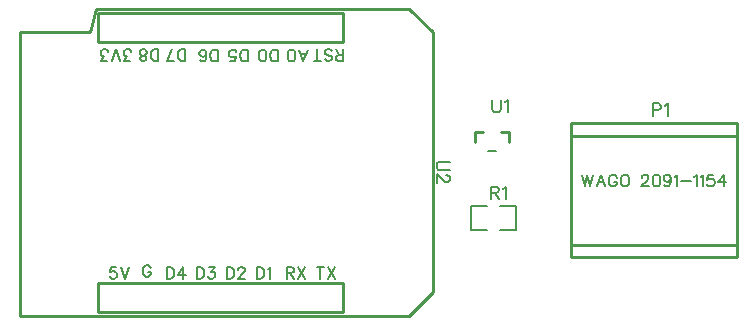
<source format=gto>
G04 Layer: TopSilkLayer*
G04 EasyEDA v6.4.21, 2021-08-27T17:56:30+02:00*
G04 e7cb7ce6d9f94255a7045453de3fad17,10*
G04 Gerber Generator version 0.2*
G04 Scale: 100 percent, Rotated: No, Reflected: No *
G04 Dimensions in millimeters *
G04 leading zeros omitted , absolute positions ,4 integer and 5 decimal *
%FSLAX45Y45*%
%MOMM*%

%ADD10C,0.2540*%
%ADD11C,0.2032*%
%ADD16C,0.1999*%
%ADD17C,0.2000*%
%ADD18C,0.1524*%

%LPD*%
D18*
X6388100Y6777245D02*
G01*
X6388100Y6668279D01*
X6388100Y6777245D02*
G01*
X6434836Y6777245D01*
X6450329Y6772165D01*
X6455663Y6766831D01*
X6460743Y6756417D01*
X6460743Y6740923D01*
X6455663Y6730509D01*
X6450329Y6725429D01*
X6434836Y6720095D01*
X6388100Y6720095D01*
X6495034Y6756417D02*
G01*
X6505447Y6761751D01*
X6521195Y6777245D01*
X6521195Y6668279D01*
D11*
X5791200Y6171201D02*
G01*
X5814313Y6074173D01*
X5837427Y6171201D02*
G01*
X5814313Y6074173D01*
X5837427Y6171201D02*
G01*
X5860541Y6074173D01*
X5883656Y6171201D02*
G01*
X5860541Y6074173D01*
X5950965Y6171201D02*
G01*
X5914136Y6074173D01*
X5950965Y6171201D02*
G01*
X5988050Y6074173D01*
X5927852Y6106685D02*
G01*
X5974079Y6106685D01*
X6087618Y6148087D02*
G01*
X6083045Y6157485D01*
X6073902Y6166629D01*
X6064504Y6171201D01*
X6046215Y6171201D01*
X6036818Y6166629D01*
X6027674Y6157485D01*
X6023102Y6148087D01*
X6018529Y6134371D01*
X6018529Y6111257D01*
X6023102Y6097287D01*
X6027674Y6088143D01*
X6036818Y6078999D01*
X6046215Y6074173D01*
X6064504Y6074173D01*
X6073902Y6078999D01*
X6083045Y6088143D01*
X6087618Y6097287D01*
X6087618Y6111257D01*
X6064504Y6111257D02*
G01*
X6087618Y6111257D01*
X6145784Y6171201D02*
G01*
X6136640Y6166629D01*
X6127495Y6157485D01*
X6122670Y6148087D01*
X6118097Y6134371D01*
X6118097Y6111257D01*
X6122670Y6097287D01*
X6127495Y6088143D01*
X6136640Y6078999D01*
X6145784Y6074173D01*
X6164325Y6074173D01*
X6173470Y6078999D01*
X6182868Y6088143D01*
X6187440Y6097287D01*
X6192011Y6111257D01*
X6192011Y6134371D01*
X6187440Y6148087D01*
X6182868Y6157485D01*
X6173470Y6166629D01*
X6164325Y6171201D01*
X6145784Y6171201D01*
X6298184Y6148087D02*
G01*
X6298184Y6152659D01*
X6303009Y6162057D01*
X6307581Y6166629D01*
X6316725Y6171201D01*
X6335268Y6171201D01*
X6344411Y6166629D01*
X6348984Y6162057D01*
X6353809Y6152659D01*
X6353809Y6143515D01*
X6348984Y6134371D01*
X6339840Y6120401D01*
X6293611Y6074173D01*
X6358381Y6074173D01*
X6416547Y6171201D02*
G01*
X6402577Y6166629D01*
X6393434Y6152659D01*
X6388861Y6129799D01*
X6388861Y6115829D01*
X6393434Y6092715D01*
X6402577Y6078999D01*
X6416547Y6074173D01*
X6425691Y6074173D01*
X6439661Y6078999D01*
X6448806Y6092715D01*
X6453377Y6115829D01*
X6453377Y6129799D01*
X6448806Y6152659D01*
X6439661Y6166629D01*
X6425691Y6171201D01*
X6416547Y6171201D01*
X6544056Y6138943D02*
G01*
X6539229Y6124973D01*
X6530086Y6115829D01*
X6516370Y6111257D01*
X6511543Y6111257D01*
X6497827Y6115829D01*
X6488429Y6124973D01*
X6483858Y6138943D01*
X6483858Y6143515D01*
X6488429Y6157485D01*
X6497827Y6166629D01*
X6511543Y6171201D01*
X6516370Y6171201D01*
X6530086Y6166629D01*
X6539229Y6157485D01*
X6544056Y6138943D01*
X6544056Y6115829D01*
X6539229Y6092715D01*
X6530086Y6078999D01*
X6516370Y6074173D01*
X6506972Y6074173D01*
X6493256Y6078999D01*
X6488429Y6088143D01*
X6574536Y6152659D02*
G01*
X6583679Y6157485D01*
X6597650Y6171201D01*
X6597650Y6074173D01*
X6628129Y6115829D02*
G01*
X6711188Y6115829D01*
X6741668Y6152659D02*
G01*
X6750811Y6157485D01*
X6764781Y6171201D01*
X6764781Y6074173D01*
X6795261Y6152659D02*
G01*
X6804406Y6157485D01*
X6818375Y6171201D01*
X6818375Y6074173D01*
X6904227Y6171201D02*
G01*
X6858000Y6171201D01*
X6853427Y6129799D01*
X6858000Y6134371D01*
X6871970Y6138943D01*
X6885686Y6138943D01*
X6899656Y6134371D01*
X6908800Y6124973D01*
X6913372Y6111257D01*
X6913372Y6101859D01*
X6908800Y6088143D01*
X6899656Y6078999D01*
X6885686Y6074173D01*
X6871970Y6074173D01*
X6858000Y6078999D01*
X6853427Y6083571D01*
X6848856Y6092715D01*
X6990079Y6171201D02*
G01*
X6943852Y6106685D01*
X7013193Y6106685D01*
X6990079Y6171201D02*
G01*
X6990079Y6074173D01*
D18*
X5016474Y6071641D02*
G01*
X5016474Y5962675D01*
X5016474Y6071641D02*
G01*
X5063210Y6071641D01*
X5078704Y6066561D01*
X5084038Y6061227D01*
X5089118Y6050813D01*
X5089118Y6040399D01*
X5084038Y6029985D01*
X5078704Y6024905D01*
X5063210Y6019825D01*
X5016474Y6019825D01*
X5052796Y6019825D02*
G01*
X5089118Y5962675D01*
X5123408Y6050813D02*
G01*
X5133822Y6056147D01*
X5149570Y6071641D01*
X5149570Y5962675D01*
X5029200Y6808215D02*
G01*
X5029200Y6730237D01*
X5034279Y6714744D01*
X5044693Y6704329D01*
X5060441Y6699250D01*
X5070856Y6699250D01*
X5086350Y6704329D01*
X5096763Y6714744D01*
X5101843Y6730237D01*
X5101843Y6808215D01*
X5136134Y6787387D02*
G01*
X5146547Y6792721D01*
X5162295Y6808215D01*
X5162295Y6699250D01*
X4669281Y6282949D02*
G01*
X4591304Y6282949D01*
X4575809Y6277869D01*
X4565395Y6267455D01*
X4560315Y6251707D01*
X4560315Y6241293D01*
X4565395Y6225799D01*
X4575809Y6215385D01*
X4591304Y6210305D01*
X4669281Y6210305D01*
X4643374Y6170681D02*
G01*
X4648454Y6170681D01*
X4658868Y6165601D01*
X4664202Y6160267D01*
X4669281Y6149853D01*
X4669281Y6129279D01*
X4664202Y6118865D01*
X4658868Y6113531D01*
X4648454Y6108451D01*
X4638040Y6108451D01*
X4627625Y6113531D01*
X4612131Y6123945D01*
X4560315Y6176015D01*
X4560315Y6103117D01*
D11*
X1965446Y7137394D02*
G01*
X1915408Y7137394D01*
X1942840Y7173716D01*
X1929124Y7173716D01*
X1919980Y7178288D01*
X1915408Y7182860D01*
X1910836Y7196576D01*
X1910836Y7205720D01*
X1915408Y7219182D01*
X1924552Y7228326D01*
X1938268Y7232898D01*
X1951984Y7232898D01*
X1965446Y7228326D01*
X1970018Y7223754D01*
X1974590Y7214610D01*
X1880864Y7137394D02*
G01*
X1844542Y7232898D01*
X1808220Y7137394D02*
G01*
X1844542Y7232898D01*
X1769104Y7137394D02*
G01*
X1719066Y7137394D01*
X1746498Y7173716D01*
X1732782Y7173716D01*
X1723638Y7178288D01*
X1719066Y7182860D01*
X1714494Y7196576D01*
X1714494Y7205720D01*
X1719066Y7219182D01*
X1728210Y7228326D01*
X1741926Y7232898D01*
X1755388Y7232898D01*
X1769104Y7228326D01*
X1773676Y7223754D01*
X1778248Y7214610D01*
X2201920Y7137394D02*
G01*
X2201920Y7232898D01*
X2201920Y7137394D02*
G01*
X2170170Y7137394D01*
X2156454Y7141966D01*
X2147310Y7151110D01*
X2142738Y7160254D01*
X2138166Y7173716D01*
X2138166Y7196576D01*
X2142738Y7210292D01*
X2147310Y7219182D01*
X2156454Y7228326D01*
X2170170Y7232898D01*
X2201920Y7232898D01*
X2085588Y7137394D02*
G01*
X2099304Y7141966D01*
X2103622Y7151110D01*
X2103622Y7160254D01*
X2099304Y7169398D01*
X2090160Y7173716D01*
X2071872Y7178288D01*
X2058410Y7182860D01*
X2049266Y7192004D01*
X2044694Y7201148D01*
X2044694Y7214610D01*
X2049266Y7223754D01*
X2053838Y7228326D01*
X2067300Y7232898D01*
X2085588Y7232898D01*
X2099304Y7228326D01*
X2103622Y7223754D01*
X2108194Y7214610D01*
X2108194Y7201148D01*
X2103622Y7192004D01*
X2094732Y7182860D01*
X2081016Y7178288D01*
X2062728Y7173716D01*
X2053838Y7169398D01*
X2049266Y7160254D01*
X2049266Y7151110D01*
X2053838Y7141966D01*
X2067300Y7137394D01*
X2085588Y7137394D01*
X2430520Y7137394D02*
G01*
X2430520Y7232898D01*
X2430520Y7137394D02*
G01*
X2398770Y7137394D01*
X2385054Y7141966D01*
X2375910Y7151110D01*
X2371338Y7160254D01*
X2366766Y7173716D01*
X2366766Y7196576D01*
X2371338Y7210292D01*
X2375910Y7219182D01*
X2385054Y7228326D01*
X2398770Y7232898D01*
X2430520Y7232898D01*
X2273294Y7137394D02*
G01*
X2318760Y7232898D01*
X2336794Y7137394D02*
G01*
X2273294Y7137394D01*
X2705092Y7133587D02*
G01*
X2705092Y7229091D01*
X2705092Y7133587D02*
G01*
X2673342Y7133587D01*
X2659626Y7138159D01*
X2650482Y7147303D01*
X2645910Y7156447D01*
X2641338Y7169909D01*
X2641338Y7192769D01*
X2645910Y7206485D01*
X2650482Y7215375D01*
X2659626Y7224519D01*
X2673342Y7229091D01*
X2705092Y7229091D01*
X2557010Y7147303D02*
G01*
X2561582Y7138159D01*
X2575044Y7133587D01*
X2584188Y7133587D01*
X2597904Y7138159D01*
X2606794Y7151875D01*
X2611366Y7174481D01*
X2611366Y7197341D01*
X2606794Y7215375D01*
X2597904Y7224519D01*
X2584188Y7229091D01*
X2579616Y7229091D01*
X2565900Y7224519D01*
X2557010Y7215375D01*
X2552438Y7201913D01*
X2552438Y7197341D01*
X2557010Y7183625D01*
X2565900Y7174481D01*
X2579616Y7169909D01*
X2584188Y7169909D01*
X2597904Y7174481D01*
X2606794Y7183625D01*
X2611366Y7197341D01*
X2959089Y7133589D02*
G01*
X2959089Y7229094D01*
X2959089Y7133589D02*
G01*
X2927339Y7133589D01*
X2913623Y7138162D01*
X2904479Y7147305D01*
X2899907Y7156450D01*
X2895335Y7169912D01*
X2895335Y7192771D01*
X2899907Y7206487D01*
X2904479Y7215378D01*
X2913623Y7224521D01*
X2927339Y7229094D01*
X2959089Y7229094D01*
X2811007Y7133589D02*
G01*
X2856473Y7133589D01*
X2860791Y7174484D01*
X2856473Y7169912D01*
X2842757Y7165594D01*
X2829041Y7165594D01*
X2815579Y7169912D01*
X2806435Y7179055D01*
X2801863Y7192771D01*
X2801863Y7201915D01*
X2806435Y7215378D01*
X2815579Y7224521D01*
X2829041Y7229094D01*
X2842757Y7229094D01*
X2856473Y7224521D01*
X2860791Y7219950D01*
X2865363Y7210805D01*
X3213089Y7133589D02*
G01*
X3213089Y7229094D01*
X3213089Y7133589D02*
G01*
X3181339Y7133589D01*
X3167623Y7138162D01*
X3158479Y7147305D01*
X3153907Y7156450D01*
X3149335Y7169912D01*
X3149335Y7192771D01*
X3153907Y7206487D01*
X3158479Y7215378D01*
X3167623Y7224521D01*
X3181339Y7229094D01*
X3213089Y7229094D01*
X3092185Y7133589D02*
G01*
X3105901Y7138162D01*
X3114791Y7151878D01*
X3119363Y7174484D01*
X3119363Y7188200D01*
X3114791Y7210805D01*
X3105901Y7224521D01*
X3092185Y7229094D01*
X3083041Y7229094D01*
X3069579Y7224521D01*
X3060435Y7210805D01*
X3055863Y7188200D01*
X3055863Y7174484D01*
X3060435Y7151878D01*
X3069579Y7138162D01*
X3083041Y7133589D01*
X3092185Y7133589D01*
X3430767Y7133589D02*
G01*
X3467089Y7229094D01*
X3430767Y7133589D02*
G01*
X3394445Y7229094D01*
X3453373Y7197344D02*
G01*
X3407907Y7197344D01*
X3337041Y7133589D02*
G01*
X3350757Y7138162D01*
X3359901Y7151878D01*
X3364473Y7174484D01*
X3364473Y7188200D01*
X3359901Y7210805D01*
X3350757Y7224521D01*
X3337041Y7229094D01*
X3327897Y7229094D01*
X3314435Y7224521D01*
X3305291Y7210805D01*
X3300719Y7188200D01*
X3300719Y7174484D01*
X3305291Y7151878D01*
X3314435Y7138162D01*
X3327897Y7133589D01*
X3337041Y7133589D01*
X3768844Y7137392D02*
G01*
X3768844Y7232896D01*
X3768844Y7137392D02*
G01*
X3727950Y7137392D01*
X3714234Y7141964D01*
X3709662Y7146536D01*
X3705090Y7155680D01*
X3705090Y7164824D01*
X3709662Y7173714D01*
X3714234Y7178286D01*
X3727950Y7182858D01*
X3768844Y7182858D01*
X3737094Y7182858D02*
G01*
X3705090Y7232896D01*
X3611618Y7151108D02*
G01*
X3620762Y7141964D01*
X3634224Y7137392D01*
X3652512Y7137392D01*
X3666228Y7141964D01*
X3675118Y7151108D01*
X3675118Y7160252D01*
X3670546Y7169396D01*
X3666228Y7173714D01*
X3657084Y7178286D01*
X3629652Y7187430D01*
X3620762Y7192002D01*
X3616190Y7196574D01*
X3611618Y7205718D01*
X3611618Y7219180D01*
X3620762Y7228324D01*
X3634224Y7232896D01*
X3652512Y7232896D01*
X3666228Y7228324D01*
X3675118Y7219180D01*
X3549642Y7137392D02*
G01*
X3549642Y7232896D01*
X3581646Y7137392D02*
G01*
X3517892Y7137392D01*
X3575044Y5388604D02*
G01*
X3575044Y5293100D01*
X3543294Y5388604D02*
G01*
X3607048Y5388604D01*
X3637020Y5388604D02*
G01*
X3700520Y5293100D01*
X3700520Y5388604D02*
G01*
X3637020Y5293100D01*
X3289294Y5388604D02*
G01*
X3289294Y5293100D01*
X3289294Y5388604D02*
G01*
X3330188Y5388604D01*
X3343904Y5384032D01*
X3348476Y5379460D01*
X3353048Y5370316D01*
X3353048Y5361172D01*
X3348476Y5352282D01*
X3343904Y5347710D01*
X3330188Y5343138D01*
X3289294Y5343138D01*
X3321044Y5343138D02*
G01*
X3353048Y5293100D01*
X3383020Y5388604D02*
G01*
X3446520Y5293100D01*
X3446520Y5388604D02*
G01*
X3383020Y5293100D01*
X3035297Y5388607D02*
G01*
X3035297Y5293103D01*
X3035297Y5388607D02*
G01*
X3067047Y5388607D01*
X3080763Y5384035D01*
X3089907Y5374891D01*
X3094479Y5365747D01*
X3099051Y5352285D01*
X3099051Y5329425D01*
X3094479Y5315709D01*
X3089907Y5306819D01*
X3080763Y5297675D01*
X3067047Y5293103D01*
X3035297Y5293103D01*
X3129023Y5370319D02*
G01*
X3137913Y5374891D01*
X3151629Y5388607D01*
X3151629Y5293103D01*
X2781297Y5388607D02*
G01*
X2781297Y5293103D01*
X2781297Y5388607D02*
G01*
X2813047Y5388607D01*
X2826763Y5384035D01*
X2835907Y5374891D01*
X2840479Y5365747D01*
X2845051Y5352285D01*
X2845051Y5329425D01*
X2840479Y5315709D01*
X2835907Y5306819D01*
X2826763Y5297675D01*
X2813047Y5293103D01*
X2781297Y5293103D01*
X2879595Y5365747D02*
G01*
X2879595Y5370319D01*
X2883913Y5379463D01*
X2888485Y5384035D01*
X2897629Y5388607D01*
X2915917Y5388607D01*
X2924807Y5384035D01*
X2929379Y5379463D01*
X2933951Y5370319D01*
X2933951Y5361175D01*
X2929379Y5352285D01*
X2920489Y5338569D01*
X2875023Y5293103D01*
X2938523Y5293103D01*
X2527297Y5388607D02*
G01*
X2527297Y5293103D01*
X2527297Y5388607D02*
G01*
X2559047Y5388607D01*
X2572763Y5384035D01*
X2581907Y5374891D01*
X2586479Y5365747D01*
X2591051Y5352285D01*
X2591051Y5329425D01*
X2586479Y5315709D01*
X2581907Y5306819D01*
X2572763Y5297675D01*
X2559047Y5293103D01*
X2527297Y5293103D01*
X2629913Y5388607D02*
G01*
X2679951Y5388607D01*
X2652773Y5352285D01*
X2666489Y5352285D01*
X2675379Y5347713D01*
X2679951Y5343141D01*
X2684523Y5329425D01*
X2684523Y5320281D01*
X2679951Y5306819D01*
X2670807Y5297675D01*
X2657345Y5293103D01*
X2643629Y5293103D01*
X2629913Y5297675D01*
X2625595Y5302247D01*
X2621023Y5311391D01*
X2273297Y5388607D02*
G01*
X2273297Y5293103D01*
X2273297Y5388607D02*
G01*
X2305047Y5388607D01*
X2318763Y5384035D01*
X2327907Y5374891D01*
X2332479Y5365747D01*
X2337051Y5352285D01*
X2337051Y5329425D01*
X2332479Y5315709D01*
X2327907Y5306819D01*
X2318763Y5297675D01*
X2305047Y5293103D01*
X2273297Y5293103D01*
X2412489Y5388607D02*
G01*
X2367023Y5324853D01*
X2435095Y5324853D01*
X2412489Y5388607D02*
G01*
X2412489Y5293103D01*
X1845307Y5388607D02*
G01*
X1799841Y5388607D01*
X1795269Y5347713D01*
X1799841Y5352285D01*
X1813303Y5356603D01*
X1827019Y5356603D01*
X1840735Y5352285D01*
X1849879Y5343141D01*
X1854451Y5329425D01*
X1854451Y5320281D01*
X1849879Y5306819D01*
X1840735Y5297675D01*
X1827019Y5293103D01*
X1813303Y5293103D01*
X1799841Y5297675D01*
X1795269Y5302247D01*
X1790697Y5311391D01*
X1884423Y5388607D02*
G01*
X1920745Y5293103D01*
X1957067Y5388607D02*
G01*
X1920745Y5293103D01*
X2138423Y5381241D02*
G01*
X2133851Y5390385D01*
X2124707Y5399529D01*
X2115563Y5404101D01*
X2097529Y5404101D01*
X2088385Y5399529D01*
X2079241Y5390385D01*
X2074669Y5381241D01*
X2070097Y5367779D01*
X2070097Y5344919D01*
X2074669Y5331457D01*
X2079241Y5322313D01*
X2088385Y5313169D01*
X2097529Y5308597D01*
X2115563Y5308597D01*
X2124707Y5313169D01*
X2133851Y5322313D01*
X2138423Y5331457D01*
X2138423Y5344919D01*
X2115563Y5344919D02*
G01*
X2138423Y5344919D01*
D10*
X7100798Y6504200D02*
G01*
X7100801Y5474200D01*
X7100801Y5474200D01*
X5700798Y5474200D01*
X5700798Y5474197D02*
G01*
X5700798Y6504200D01*
X5700798Y6504200D01*
X7100801Y6504200D01*
X7100801Y6504200D01*
X7100801Y6614200D01*
X5700798Y6614200D01*
X5700798Y6504200D01*
X5700798Y5576958D02*
G01*
X7100801Y5576958D01*
D16*
X5097373Y5700420D02*
G01*
X5229377Y5700420D01*
X5229377Y5907430D01*
X5097373Y5907430D01*
X4984165Y5700420D02*
G01*
X4852161Y5700420D01*
X4852161Y5907430D01*
X4984165Y5907430D01*
D10*
X5109209Y6531330D02*
G01*
X5175199Y6531330D01*
X5109209Y6531330D01*
X5175199Y6531330D01*
X5175199Y6449821D01*
X4883200Y6449821D02*
G01*
X4883200Y6531330D01*
X4949190Y6531330D01*
D17*
X4999202Y6376339D02*
G01*
X5059197Y6376339D01*
D10*
X3771491Y5252796D02*
G01*
X3771496Y5008803D01*
X1689496Y7538788D02*
G01*
X3771491Y7538788D01*
X1028700Y4978400D02*
G01*
X1028700Y7378395D01*
X1628701Y7378395D01*
X1678688Y7578341D01*
X4328665Y7578341D01*
X4528565Y7378445D01*
X4528565Y5178300D01*
X4328665Y4978400D01*
X1028700Y4978400D01*
X1689496Y5252796D02*
G01*
X3771491Y5252796D01*
X3771491Y7538788D02*
G01*
X3771496Y7294798D01*
X1689503Y7294798D02*
G01*
X1689496Y7538788D01*
X3771491Y7294798D02*
G01*
X1689496Y7294798D01*
X1689503Y5008803D02*
G01*
X1689496Y5252796D01*
X3771491Y5008803D02*
G01*
X1689496Y5008803D01*
M02*

</source>
